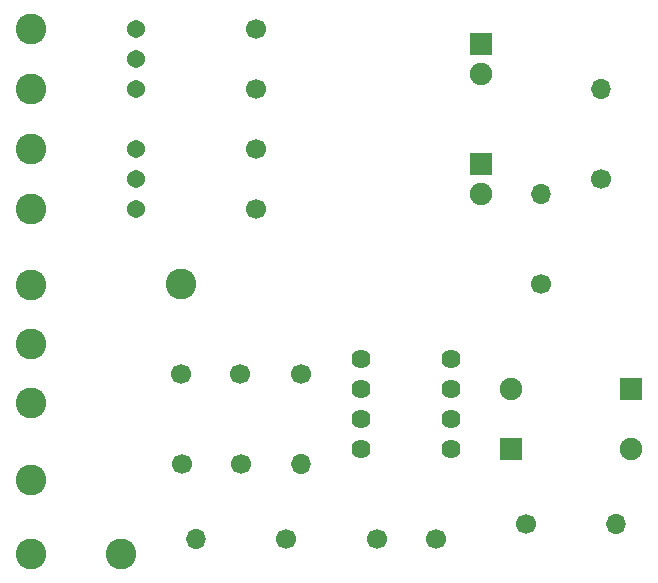
<source format=gbr>
%TF.GenerationSoftware,KiCad,Pcbnew,(5.1.6-0)*%
%TF.CreationDate,2022-05-02T17:38:10-04:00*%
%TF.ProjectId,EnvFollower,456e7646-6f6c-46c6-9f77-65722e6b6963,rev?*%
%TF.SameCoordinates,Original*%
%TF.FileFunction,Soldermask,Top*%
%TF.FilePolarity,Negative*%
%FSLAX46Y46*%
G04 Gerber Fmt 4.6, Leading zero omitted, Abs format (unit mm)*
G04 Created by KiCad (PCBNEW (5.1.6-0)) date 2022-05-02 17:38:10*
%MOMM*%
%LPD*%
G01*
G04 APERTURE LIST*
%ADD10C,1.700000*%
%ADD11O,1.700000X1.700000*%
%ADD12R,1.900000X1.900000*%
%ADD13O,1.900000X1.900000*%
%ADD14C,1.624000*%
%ADD15C,1.540000*%
%ADD16C,2.599360*%
%ADD17C,1.900000*%
%ADD18C,2.600000*%
G04 APERTURE END LIST*
D10*
%TO.C,R2*%
X100330000Y-85090000D03*
D11*
X100330000Y-92710000D03*
%TD*%
D12*
%TO.C,D1*%
X128270000Y-86360000D03*
D13*
X118110000Y-86360000D03*
%TD*%
D10*
%TO.C,R4*%
X120650000Y-77470000D03*
D11*
X120650000Y-69850000D03*
%TD*%
D14*
%TO.C,U1*%
X113030000Y-83820000D03*
X113030000Y-86360000D03*
X113030000Y-88900000D03*
X113030000Y-91440000D03*
X105410000Y-91440000D03*
X105410000Y-88900000D03*
X105410000Y-86360000D03*
X105410000Y-83820000D03*
%TD*%
D15*
%TO.C,RV2*%
X86360000Y-60960000D03*
X86360000Y-58420000D03*
X86360000Y-55880000D03*
%TD*%
%TO.C,RV1*%
X86360000Y-71120000D03*
X86360000Y-68580000D03*
X86360000Y-66040000D03*
%TD*%
D10*
%TO.C,R7*%
X96520000Y-55880000D03*
X96520000Y-60960000D03*
%TD*%
%TO.C,R6*%
X125730000Y-68580000D03*
D11*
X125730000Y-60960000D03*
%TD*%
D10*
%TO.C,R5*%
X96520000Y-66040000D03*
X96520000Y-71120000D03*
%TD*%
%TO.C,R3*%
X119380000Y-97790000D03*
D11*
X127000000Y-97790000D03*
%TD*%
D10*
%TO.C,R1*%
X99060000Y-99060000D03*
D11*
X91440000Y-99060000D03*
%TD*%
D16*
%TO.C,H10*%
X77470000Y-55880000D03*
%TD*%
%TO.C,H8*%
X77470000Y-60960000D03*
%TD*%
%TO.C,H6*%
X77470000Y-71120000D03*
%TD*%
%TO.C,H5*%
X77470000Y-66040000D03*
%TD*%
%TO.C,H4*%
X77470000Y-100330000D03*
%TD*%
%TO.C,H3*%
X77470000Y-94094679D03*
%TD*%
%TO.C,H2*%
X85090000Y-100330000D03*
%TD*%
%TO.C,H1*%
X90170000Y-77470000D03*
%TD*%
D12*
%TO.C,D4*%
X115570000Y-57150000D03*
D17*
X115570000Y-59690000D03*
%TD*%
D12*
%TO.C,D3*%
X115570000Y-67310000D03*
D17*
X115570000Y-69850000D03*
%TD*%
D12*
%TO.C,D2*%
X118110000Y-91440000D03*
D13*
X128270000Y-91440000D03*
%TD*%
D10*
%TO.C,C3*%
X111760000Y-99060000D03*
X106760000Y-99060000D03*
%TD*%
%TO.C,C2*%
X95250000Y-92710000D03*
X90250000Y-92710000D03*
%TD*%
%TO.C,C1*%
X90170000Y-85090000D03*
X95170000Y-85090000D03*
%TD*%
D18*
%TO.C,ATTACK1*%
X77470000Y-82550000D03*
X77470000Y-87550000D03*
X77470000Y-77550000D03*
%TD*%
M02*

</source>
